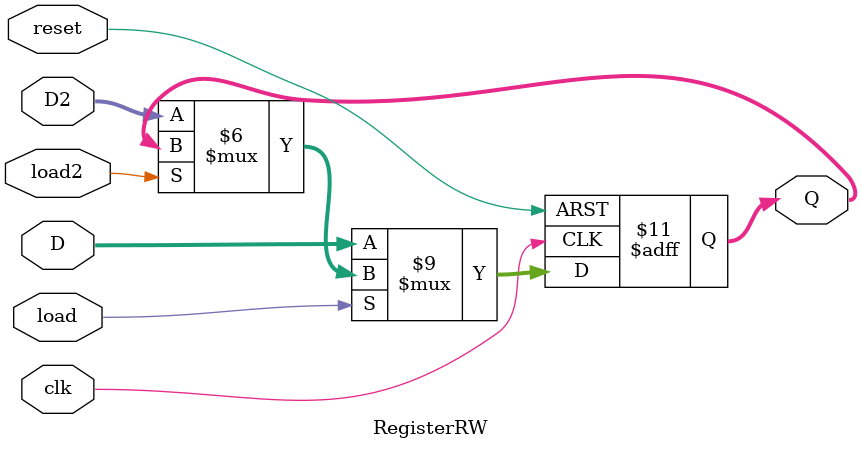
<source format=v>
/**
 *  Read write register. 
 *
 *  Contains two WIDTH-bit data inputs, allowing for two data paths to be set 
 */
module RegisterRW
#(parameter WIDTH = 32)
(
    input       [WIDTH-1:0] D,
    input       [WIDTH-1:0] D2,
    input                   clk,
    input                   reset,
    input                   load,
    input                   load2,
    
    output reg  [WIDTH-1:0] Q
);

always @(posedge(clk), negedge(reset))
begin
    if(reset == 1'b0)
    begin
        Q <= 0;
    end
    else if(load == 1'b0)
    begin
        Q <= D;
    end
     else if(load2 == 1'b0)
     begin
        Q <= D2;
     end
    else
    begin
        Q <= Q;
    end
end

endmodule

</source>
